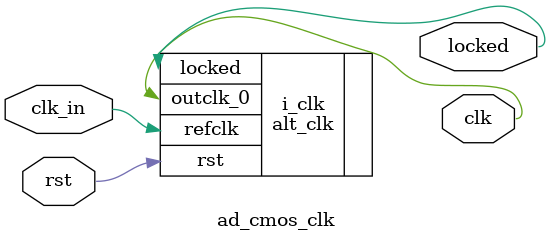
<source format=v>

`timescale 1ns/100ps

module ad_cmos_clk (

  rst,
  locked,

  clk_in,
  clk);

  parameter   DEVICE_TYPE   = 0;
  localparam  SERIES7       = 0;
  localparam  VIRTEX6       = 1;

  input     rst;
  output    locked;

  input     clk_in;
  output    clk;

  // instantiations

  alt_clk i_clk (
    .rst (rst),
    .refclk (clk_in),
    .outclk_0 (clk),
    .locked (locked));

endmodule

// ***************************************************************************
// ***************************************************************************

</source>
